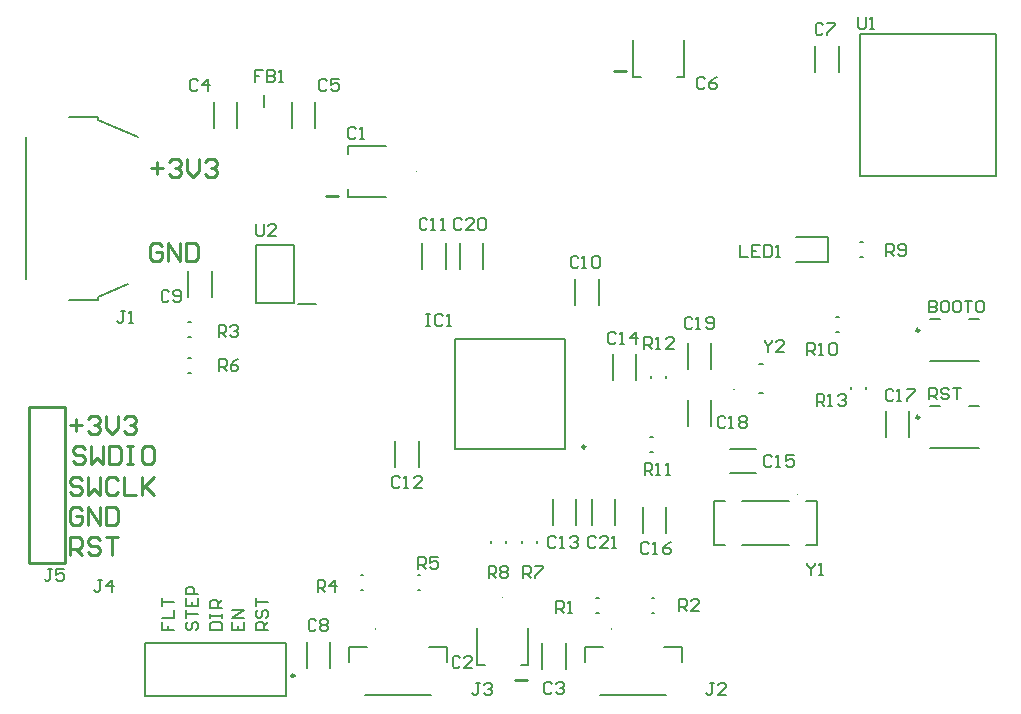
<source format=gto>
G04*
G04 #@! TF.GenerationSoftware,Altium Limited,Altium Designer,25.8.1 (18)*
G04*
G04 Layer_Color=65535*
%FSLAX44Y44*%
%MOMM*%
G71*
G04*
G04 #@! TF.SameCoordinates,96B50244-D1D5-4C2D-93FB-96D2E815F5E8*
G04*
G04*
G04 #@! TF.FilePolarity,Positive*
G04*
G01*
G75*
%ADD10C,0.0500*%
%ADD11C,0.1000*%
%ADD12C,0.2500*%
%ADD13C,0.2000*%
%ADD14C,0.1270*%
%ADD15C,0.2540*%
%ADD16C,0.1500*%
D10*
X814260Y941070D02*
G03*
X814760Y941070I250J0D01*
G01*
D02*
G03*
X814260Y941070I-250J0D01*
G01*
X887730Y580580D02*
G03*
X887730Y581080I0J250D01*
G01*
D02*
G03*
X887730Y580580I0J-250D01*
G01*
D11*
X979470Y554430D02*
G03*
X979470Y553430I0J-500D01*
G01*
D02*
G03*
X979470Y554430I0J500D01*
G01*
X780080D02*
G03*
X780080Y553430I0J-500D01*
G01*
D02*
G03*
X780080Y554430I0J500D01*
G01*
X1137480Y668890D02*
G03*
X1137480Y667890I0J-500D01*
G01*
D02*
G03*
X1137480Y668890I0J500D01*
G01*
X1083170Y756810D02*
G03*
X1084170Y756810I500J0D01*
G01*
D02*
G03*
X1083170Y756810I-500J0D01*
G01*
D12*
X1240250Y806830D02*
G03*
X1240250Y806830I-1250J0D01*
G01*
Y733170D02*
G03*
X1240250Y733170I-1250J0D01*
G01*
X711280Y514350D02*
G03*
X711280Y514350I-1250J0D01*
G01*
X957580Y708110D02*
G03*
X957580Y708110I-1250J0D01*
G01*
D13*
X545070Y835150D02*
X570070Y846150D01*
X545070Y832650D02*
Y835150D01*
X520070Y832650D02*
X545070D01*
Y985150D02*
X578570Y970150D01*
X545070Y985150D02*
Y987650D01*
X520070D02*
X545070D01*
X483570Y850150D02*
Y970150D01*
X757010Y919570D02*
X788510D01*
X757010D02*
Y926070D01*
Y956070D02*
Y962570D01*
X788510D01*
X757010Y919570D02*
Y926070D01*
Y919570D02*
X788510D01*
X909230Y523330D02*
Y554830D01*
X902730Y523330D02*
X909230D01*
X866230D02*
X872730D01*
X866230D02*
Y554830D01*
X902730Y523330D02*
X909230D01*
Y554830D01*
X1039470Y525930D02*
Y538430D01*
X1024220D02*
X1039470D01*
X956970D02*
X972220D01*
X956970Y525930D02*
Y538430D01*
X970220Y497930D02*
X1026220D01*
X840080Y525930D02*
Y538430D01*
X824830D02*
X840080D01*
X757580D02*
X772830D01*
X757580Y525930D02*
Y538430D01*
X770830Y497930D02*
X826830D01*
X1041310Y1021170D02*
Y1052670D01*
X1034810Y1021170D02*
X1041310D01*
X998310D02*
X1004810D01*
X998310D02*
Y1052670D01*
X1034810Y1021170D02*
X1041310D01*
Y1052670D01*
X1143980Y662390D02*
X1153980D01*
X1153480Y625390D02*
X1153980Y662390D01*
X1143980Y625390D02*
X1153480D01*
X1066480Y662390D02*
X1075980D01*
X1066480Y625390D02*
Y662390D01*
Y625390D02*
X1075980D01*
X1089980Y662390D02*
X1129980D01*
X1089980Y625390D02*
X1129980D01*
X1249000Y781080D02*
X1291000D01*
X1249000Y816580D02*
X1257750D01*
X1282250D02*
X1291000D01*
X1169940Y805280D02*
X1171940D01*
X1169940Y817780D02*
X1171940D01*
X1152050Y1025270D02*
Y1047370D01*
X1172050Y1025270D02*
Y1047370D01*
X815610Y599340D02*
X817610D01*
X815610Y586840D02*
X817610D01*
X1190260Y881280D02*
X1192260D01*
X1190260Y868780D02*
X1192260D01*
X1136040Y864530D02*
X1163290D01*
Y885530D01*
X1136040D02*
X1163290D01*
X890170Y626380D02*
Y628380D01*
X877670Y626380D02*
Y628380D01*
X916840Y626380D02*
Y628380D01*
X904340Y626380D02*
Y628380D01*
X1282250Y742920D02*
X1291000D01*
X1249000D02*
X1257750D01*
X1249000Y707420D02*
X1291000D01*
X962820Y641570D02*
Y663670D01*
X982820Y641570D02*
Y663670D01*
X685800Y995510D02*
Y1006010D01*
X1013730Y580290D02*
X1015730D01*
X1013730Y567790D02*
X1015730D01*
X966900Y580290D02*
X968900D01*
X966900Y567790D02*
X968900D01*
X920910Y519810D02*
Y541910D01*
X940910Y519810D02*
Y541910D01*
X708820Y978280D02*
Y1000380D01*
X728820Y978280D02*
Y1000380D01*
X642780Y978280D02*
Y1000380D01*
X662780Y978280D02*
Y1000380D01*
X767350Y599340D02*
X769350D01*
X767350Y586840D02*
X769350D01*
X621300Y801470D02*
X623300D01*
X621300Y813970D02*
X623300D01*
X714190Y828910D02*
X729440D01*
X710690Y830210D02*
Y879210D01*
X678690D02*
X710690D01*
X678690Y830210D02*
Y879210D01*
Y830210D02*
X710690D01*
X721520Y521080D02*
Y543180D01*
X741520Y521080D02*
Y543180D01*
X641190Y834770D02*
Y856870D01*
X621190Y834770D02*
Y856870D01*
X704030Y497350D02*
Y542350D01*
X585030D02*
X704030D01*
X585030Y497350D02*
Y542350D01*
Y497350D02*
X704030D01*
X948850Y828420D02*
Y850520D01*
X968850Y828420D02*
Y850520D01*
X980600Y764920D02*
Y787020D01*
X1000600Y764920D02*
Y787020D01*
X929800Y641730D02*
Y663830D01*
X949800Y641730D02*
Y663830D01*
X816450Y691260D02*
Y713360D01*
X796450Y691260D02*
Y713360D01*
X839310Y858900D02*
Y881000D01*
X819310Y858900D02*
Y881000D01*
X621460Y770990D02*
X623460D01*
X621460Y783490D02*
X623460D01*
X1012460Y716180D02*
X1014460D01*
X1012460Y703680D02*
X1014460D01*
X1026060Y766080D02*
Y768080D01*
X1013560Y766080D02*
Y768080D01*
X1006000Y635380D02*
Y657480D01*
X1026000Y635380D02*
Y657480D01*
X1079880Y685960D02*
X1101980D01*
X1079880Y705960D02*
X1101980D01*
X1194970Y757190D02*
Y759190D01*
X1182470Y757190D02*
Y759190D01*
X1104170Y778310D02*
X1108170D01*
X1104170Y753310D02*
X1108170D01*
X1231740Y716660D02*
Y738760D01*
X1211740Y716660D02*
Y738760D01*
X847580Y706610D02*
X940580D01*
X847580D02*
Y799610D01*
X940580D01*
Y706610D02*
Y799610D01*
X1044100Y773810D02*
Y795910D01*
X1064100Y773810D02*
Y795910D01*
X1044100Y725550D02*
Y747650D01*
X1064100Y725550D02*
Y747650D01*
X871060Y858900D02*
Y881000D01*
X851060Y858900D02*
Y881000D01*
X639513Y553180D02*
X649510D01*
Y558178D01*
X647844Y559845D01*
X641179D01*
X639513Y558178D01*
Y553180D01*
Y563177D02*
Y566509D01*
Y564843D01*
X649510D01*
Y563177D01*
Y566509D01*
Y571507D02*
X639513D01*
Y576506D01*
X641179Y578172D01*
X644512D01*
X646178Y576506D01*
Y571507D01*
Y574840D02*
X649510Y578172D01*
X620859Y559845D02*
X619193Y558178D01*
Y554846D01*
X620859Y553180D01*
X622525D01*
X624192Y554846D01*
Y558178D01*
X625858Y559845D01*
X627524D01*
X629190Y558178D01*
Y554846D01*
X627524Y553180D01*
X619193Y563177D02*
Y569841D01*
Y566509D01*
X629190D01*
X619193Y579838D02*
Y573174D01*
X629190D01*
Y579838D01*
X624192Y573174D02*
Y576506D01*
X629190Y583170D02*
X619193D01*
Y588169D01*
X620859Y589835D01*
X624192D01*
X625858Y588169D01*
Y583170D01*
X688880Y553180D02*
X678883D01*
Y558178D01*
X680549Y559845D01*
X683882D01*
X685548Y558178D01*
Y553180D01*
Y556512D02*
X688880Y559845D01*
X680549Y569841D02*
X678883Y568175D01*
Y564843D01*
X680549Y563177D01*
X682215D01*
X683882Y564843D01*
Y568175D01*
X685548Y569841D01*
X687214D01*
X688880Y568175D01*
Y564843D01*
X687214Y563177D01*
X678883Y573174D02*
Y579838D01*
Y576506D01*
X688880D01*
X658563Y559845D02*
Y553180D01*
X668560D01*
Y559845D01*
X663562Y553180D02*
Y556512D01*
X668560Y563177D02*
X658563D01*
X668560Y569841D01*
X658563D01*
X598873Y559845D02*
Y553180D01*
X603872D01*
Y556512D01*
Y553180D01*
X608870D01*
X598873Y563177D02*
X608870D01*
Y569841D01*
X598873Y573174D02*
Y579838D01*
Y576506D01*
X608870D01*
D14*
X1189990Y937400D02*
Y1057400D01*
X1305560D01*
Y937400D02*
Y1057400D01*
X1189990Y937400D02*
X1305560D01*
D15*
X486410Y741680D02*
X516890D01*
X486410Y609600D02*
X494030D01*
X486410D02*
Y741680D01*
X494030Y609600D02*
X509270D01*
X516890D01*
Y741680D01*
X897890Y510540D02*
X908047D01*
X737870Y920750D02*
X748027D01*
X590020Y944607D02*
X600177D01*
X595098Y949686D02*
Y939529D01*
X605255Y949686D02*
X607794Y952225D01*
X612873D01*
X615412Y949686D01*
Y947147D01*
X612873Y944607D01*
X610333D01*
X612873D01*
X615412Y942068D01*
Y939529D01*
X612873Y936990D01*
X607794D01*
X605255Y939529D01*
X620490Y952225D02*
Y942068D01*
X625569Y936990D01*
X630647Y942068D01*
Y952225D01*
X635725Y949686D02*
X638264Y952225D01*
X643343D01*
X645882Y949686D01*
Y947147D01*
X643343Y944607D01*
X640804D01*
X643343D01*
X645882Y942068D01*
Y939529D01*
X643343Y936990D01*
X638264D01*
X635725Y939529D01*
X598907Y878536D02*
X596367Y881075D01*
X591289D01*
X588750Y878536D01*
Y868379D01*
X591289Y865840D01*
X596367D01*
X598907Y868379D01*
Y873457D01*
X593828D01*
X603985Y865840D02*
Y881075D01*
X614142Y865840D01*
Y881075D01*
X619220D02*
Y865840D01*
X626838D01*
X629377Y868379D01*
Y878536D01*
X626838Y881075D01*
X619220D01*
X521200Y726977D02*
X531357D01*
X526278Y732056D02*
Y721899D01*
X536435Y732056D02*
X538974Y734595D01*
X544053D01*
X546592Y732056D01*
Y729517D01*
X544053Y726977D01*
X541513D01*
X544053D01*
X546592Y724438D01*
Y721899D01*
X544053Y719360D01*
X538974D01*
X536435Y721899D01*
X551670Y734595D02*
Y724438D01*
X556749Y719360D01*
X561827Y724438D01*
Y734595D01*
X566905Y732056D02*
X569444Y734595D01*
X574523D01*
X577062Y732056D01*
Y729517D01*
X574523Y726977D01*
X571984D01*
X574523D01*
X577062Y724438D01*
Y721899D01*
X574523Y719360D01*
X569444D01*
X566905Y721899D01*
X533826Y706693D02*
X531287Y709232D01*
X526208D01*
X523669Y706693D01*
Y704154D01*
X526208Y701614D01*
X531287D01*
X533826Y699075D01*
Y696536D01*
X531287Y693997D01*
X526208D01*
X523669Y696536D01*
X538904Y709232D02*
Y693997D01*
X543982Y699075D01*
X549061Y693997D01*
Y709232D01*
X554139D02*
Y693997D01*
X561757D01*
X564296Y696536D01*
Y706693D01*
X561757Y709232D01*
X554139D01*
X569374D02*
X574453D01*
X571913D01*
Y693997D01*
X569374D01*
X574453D01*
X589688Y709232D02*
X584609D01*
X582070Y706693D01*
Y696536D01*
X584609Y693997D01*
X589688D01*
X592227Y696536D01*
Y706693D01*
X589688Y709232D01*
X531407Y680405D02*
X528867Y682944D01*
X523789D01*
X521250Y680405D01*
Y677866D01*
X523789Y675327D01*
X528867D01*
X531407Y672787D01*
Y670248D01*
X528867Y667709D01*
X523789D01*
X521250Y670248D01*
X536485Y682944D02*
Y667709D01*
X541563Y672787D01*
X546642Y667709D01*
Y682944D01*
X561877Y680405D02*
X559337Y682944D01*
X554259D01*
X551720Y680405D01*
Y670248D01*
X554259Y667709D01*
X559337D01*
X561877Y670248D01*
X566955Y682944D02*
Y667709D01*
X577112D01*
X582190Y682944D02*
Y667709D01*
Y672787D01*
X592347Y682944D01*
X584729Y675327D01*
X592347Y667709D01*
X531357Y654556D02*
X528817Y657095D01*
X523739D01*
X521200Y654556D01*
Y644399D01*
X523739Y641860D01*
X528817D01*
X531357Y644399D01*
Y649477D01*
X526278D01*
X536435Y641860D02*
Y657095D01*
X546592Y641860D01*
Y657095D01*
X551670D02*
Y641860D01*
X559288D01*
X561827Y644399D01*
Y654556D01*
X559288Y657095D01*
X551670D01*
X521200Y616860D02*
Y632095D01*
X528817D01*
X531357Y629556D01*
Y624478D01*
X528817Y621938D01*
X521200D01*
X526278D02*
X531357Y616860D01*
X546592Y629556D02*
X544053Y632095D01*
X538974D01*
X536435Y629556D01*
Y627017D01*
X538974Y624478D01*
X544053D01*
X546592Y621938D01*
Y619399D01*
X544053Y616860D01*
X538974D01*
X536435Y619399D01*
X551670Y632095D02*
X561827D01*
X556749D01*
Y616860D01*
X981710Y1026160D02*
X991867D01*
D16*
X1248640Y831917D02*
Y821920D01*
X1253638D01*
X1255304Y823586D01*
Y825252D01*
X1253638Y826918D01*
X1248640D01*
X1253638D01*
X1255304Y828585D01*
Y830251D01*
X1253638Y831917D01*
X1248640D01*
X1263635D02*
X1260303D01*
X1258637Y830251D01*
Y823586D01*
X1260303Y821920D01*
X1263635D01*
X1265301Y823586D01*
Y830251D01*
X1263635Y831917D01*
X1273632D02*
X1270300D01*
X1268633Y830251D01*
Y823586D01*
X1270300Y821920D01*
X1273632D01*
X1275298Y823586D01*
Y830251D01*
X1273632Y831917D01*
X1278630D02*
X1285295D01*
X1281963D01*
Y821920D01*
X1288627Y830251D02*
X1290293Y831917D01*
X1293625D01*
X1295292Y830251D01*
Y823586D01*
X1293625Y821920D01*
X1290293D01*
X1288627Y823586D01*
Y830251D01*
X1248640Y748260D02*
Y758257D01*
X1253638D01*
X1255304Y756591D01*
Y753258D01*
X1253638Y751592D01*
X1248640D01*
X1251972D02*
X1255304Y748260D01*
X1265301Y756591D02*
X1263635Y758257D01*
X1260303D01*
X1258637Y756591D01*
Y754924D01*
X1260303Y753258D01*
X1263635D01*
X1265301Y751592D01*
Y749926D01*
X1263635Y748260D01*
X1260303D01*
X1258637Y749926D01*
X1268633Y758257D02*
X1275298D01*
X1271966D01*
Y748260D01*
X868284Y507918D02*
X864952D01*
X866618D01*
Y499588D01*
X864952Y497922D01*
X863286D01*
X861619Y499588D01*
X871616Y506252D02*
X873282Y507918D01*
X876615D01*
X878281Y506252D01*
Y504586D01*
X876615Y502920D01*
X874948D01*
X876615D01*
X878281Y501254D01*
Y499588D01*
X876615Y497922D01*
X873282D01*
X871616Y499588D01*
X815899Y604602D02*
Y614598D01*
X820898D01*
X822564Y612932D01*
Y609600D01*
X820898Y607934D01*
X815899D01*
X819232D02*
X822564Y604602D01*
X832561Y614598D02*
X825896D01*
Y609600D01*
X829228Y611266D01*
X830894D01*
X832561Y609600D01*
Y606268D01*
X830894Y604602D01*
X827562D01*
X825896Y606268D01*
X904799Y596982D02*
Y606978D01*
X909798D01*
X911464Y605312D01*
Y601980D01*
X909798Y600314D01*
X904799D01*
X908132D02*
X911464Y596982D01*
X914796Y606978D02*
X921461D01*
Y605312D01*
X914796Y598648D01*
Y596982D01*
X875589D02*
Y606978D01*
X880588D01*
X882254Y605312D01*
Y601980D01*
X880588Y600314D01*
X875589D01*
X878922D02*
X882254Y596982D01*
X885586Y605312D02*
X887252Y606978D01*
X890584D01*
X892251Y605312D01*
Y603646D01*
X890584Y601980D01*
X892251Y600314D01*
Y598648D01*
X890584Y596982D01*
X887252D01*
X885586Y598648D01*
Y600314D01*
X887252Y601980D01*
X885586Y603646D01*
Y605312D01*
X887252Y601980D02*
X890584D01*
X966552Y630712D02*
X964885Y632378D01*
X961553D01*
X959887Y630712D01*
Y624048D01*
X961553Y622382D01*
X964885D01*
X966552Y624048D01*
X976548Y622382D02*
X969884D01*
X976548Y629046D01*
Y630712D01*
X974882Y632378D01*
X971550D01*
X969884Y630712D01*
X979881Y622382D02*
X983213D01*
X981547D01*
Y632378D01*
X979881Y630712D01*
X1188406Y1071798D02*
Y1063468D01*
X1190072Y1061802D01*
X1193404D01*
X1195070Y1063468D01*
Y1071798D01*
X1198402Y1061802D02*
X1201734D01*
X1200068D01*
Y1071798D01*
X1198402Y1070132D01*
X1145226Y609518D02*
Y607852D01*
X1148558Y604520D01*
X1151890Y607852D01*
Y609518D01*
X1148558Y604520D02*
Y599522D01*
X1155222D02*
X1158555D01*
X1156888D01*
Y609518D01*
X1155222Y607852D01*
X1109269Y798748D02*
Y797082D01*
X1112602Y793750D01*
X1115934Y797082D01*
Y798748D01*
X1112602Y793750D02*
Y788752D01*
X1125931D02*
X1119266D01*
X1125931Y795416D01*
Y797082D01*
X1124265Y798748D01*
X1120932D01*
X1119266Y797082D01*
X1036879Y569042D02*
Y579038D01*
X1041878D01*
X1043544Y577372D01*
Y574040D01*
X1041878Y572374D01*
X1036879D01*
X1040212D02*
X1043544Y569042D01*
X1053541D02*
X1046876D01*
X1053541Y575706D01*
Y577372D01*
X1051874Y579038D01*
X1048542D01*
X1046876Y577372D01*
X1212139Y870032D02*
Y880028D01*
X1217138D01*
X1218804Y878362D01*
Y875030D01*
X1217138Y873364D01*
X1212139D01*
X1215472D02*
X1218804Y870032D01*
X1222136Y871698D02*
X1223802Y870032D01*
X1227134D01*
X1228801Y871698D01*
Y878362D01*
X1227134Y880028D01*
X1223802D01*
X1222136Y878362D01*
Y876696D01*
X1223802Y875030D01*
X1228801D01*
X646989Y801452D02*
Y811448D01*
X651988D01*
X653654Y809782D01*
Y806450D01*
X651988Y804784D01*
X646989D01*
X650322D02*
X653654Y801452D01*
X656986Y809782D02*
X658652Y811448D01*
X661984D01*
X663651Y809782D01*
Y808116D01*
X661984Y806450D01*
X660318D01*
X661984D01*
X663651Y804784D01*
Y803118D01*
X661984Y801452D01*
X658652D01*
X656986Y803118D01*
X1145584Y786212D02*
Y796208D01*
X1150582D01*
X1152249Y794542D01*
Y791210D01*
X1150582Y789544D01*
X1145584D01*
X1148916D02*
X1152249Y786212D01*
X1155581D02*
X1158913D01*
X1157247D01*
Y796208D01*
X1155581Y794542D01*
X1163912D02*
X1165578Y796208D01*
X1168910D01*
X1170576Y794542D01*
Y787878D01*
X1168910Y786212D01*
X1165578D01*
X1163912Y787878D01*
Y794542D01*
X933136Y567772D02*
Y577768D01*
X938134D01*
X939800Y576102D01*
Y572770D01*
X938134Y571104D01*
X933136D01*
X936468D02*
X939800Y567772D01*
X943132D02*
X946464D01*
X944798D01*
Y577768D01*
X943132Y576102D01*
X647149Y772242D02*
Y782238D01*
X652148D01*
X653814Y780572D01*
Y777240D01*
X652148Y775574D01*
X647149D01*
X650482D02*
X653814Y772242D01*
X663811Y782238D02*
X660478Y780572D01*
X657146Y777240D01*
Y773908D01*
X658812Y772242D01*
X662144D01*
X663811Y773908D01*
Y775574D01*
X662144Y777240D01*
X657146D01*
X1153364Y743032D02*
Y753028D01*
X1158362D01*
X1160029Y751362D01*
Y748030D01*
X1158362Y746364D01*
X1153364D01*
X1156696D02*
X1160029Y743032D01*
X1163361D02*
X1166693D01*
X1165027D01*
Y753028D01*
X1163361Y751362D01*
X1171692D02*
X1173358Y753028D01*
X1176690D01*
X1178356Y751362D01*
Y749696D01*
X1176690Y748030D01*
X1175024D01*
X1176690D01*
X1178356Y746364D01*
Y744698D01*
X1176690Y743032D01*
X1173358D01*
X1171692Y744698D01*
X1007314Y791292D02*
Y801288D01*
X1012312D01*
X1013979Y799622D01*
Y796290D01*
X1012312Y794624D01*
X1007314D01*
X1010646D02*
X1013979Y791292D01*
X1017311D02*
X1020643D01*
X1018977D01*
Y801288D01*
X1017311Y799622D01*
X1032306Y791292D02*
X1025641D01*
X1032306Y797956D01*
Y799622D01*
X1030640Y801288D01*
X1027308D01*
X1025641Y799622D01*
X1007710Y684612D02*
Y694608D01*
X1012709D01*
X1014375Y692942D01*
Y689610D01*
X1012709Y687944D01*
X1007710D01*
X1011042D02*
X1014375Y684612D01*
X1017707D02*
X1021039D01*
X1019373D01*
Y694608D01*
X1017707Y692942D01*
X1026038Y684612D02*
X1029370D01*
X1027704D01*
Y694608D01*
X1026038Y692942D01*
X730809Y585552D02*
Y595548D01*
X735808D01*
X737474Y593882D01*
Y590550D01*
X735808Y588884D01*
X730809D01*
X734142D02*
X737474Y585552D01*
X745805D02*
Y595548D01*
X740806Y590550D01*
X747471D01*
X1088849Y878758D02*
Y868762D01*
X1095513D01*
X1105510Y878758D02*
X1098846D01*
Y868762D01*
X1105510D01*
X1098846Y873760D02*
X1102178D01*
X1108842Y878758D02*
Y868762D01*
X1113841D01*
X1115507Y870428D01*
Y877092D01*
X1113841Y878758D01*
X1108842D01*
X1118839Y868762D02*
X1122171D01*
X1120505D01*
Y878758D01*
X1118839Y877092D01*
X567690Y822878D02*
X564358D01*
X566024D01*
Y814548D01*
X564358Y812882D01*
X562692D01*
X561026Y814548D01*
X571022Y812882D02*
X574355D01*
X572688D01*
Y822878D01*
X571022Y821212D01*
X548244Y595548D02*
X544912D01*
X546578D01*
Y587218D01*
X544912Y585552D01*
X543246D01*
X541579Y587218D01*
X556575Y585552D02*
Y595548D01*
X551576Y590550D01*
X558241D01*
X1066404Y507918D02*
X1063072D01*
X1064738D01*
Y499588D01*
X1063072Y497922D01*
X1061405D01*
X1059739Y499588D01*
X1076401Y497922D02*
X1069736D01*
X1076401Y504586D01*
Y506252D01*
X1074734Y507918D01*
X1071402D01*
X1069736Y506252D01*
X506334Y604438D02*
X503002D01*
X504668D01*
Y596108D01*
X503002Y594442D01*
X501335D01*
X499669Y596108D01*
X516331Y604438D02*
X509666D01*
Y599440D01*
X512998Y601106D01*
X514664D01*
X516331Y599440D01*
Y596108D01*
X514664Y594442D01*
X511332D01*
X509666Y596108D01*
X678739Y896538D02*
Y888208D01*
X680406Y886542D01*
X683738D01*
X685404Y888208D01*
Y896538D01*
X695401Y886542D02*
X688736D01*
X695401Y893206D01*
Y894872D01*
X693735Y896538D01*
X690402D01*
X688736Y894872D01*
X822290Y820338D02*
X825622D01*
X823956D01*
Y810342D01*
X822290D01*
X825622D01*
X837285Y818672D02*
X835619Y820338D01*
X832287D01*
X830621Y818672D01*
Y812008D01*
X832287Y810342D01*
X835619D01*
X837285Y812008D01*
X840618Y810342D02*
X843950D01*
X842284D01*
Y820338D01*
X840618Y818672D01*
X684612Y1027348D02*
X677947D01*
Y1022350D01*
X681279D01*
X677947D01*
Y1017352D01*
X687944Y1027348D02*
Y1017352D01*
X692942D01*
X694608Y1019018D01*
Y1020684D01*
X692942Y1022350D01*
X687944D01*
X692942D01*
X694608Y1024016D01*
Y1025682D01*
X692942Y1027348D01*
X687944D01*
X697941Y1017352D02*
X701273D01*
X699607D01*
Y1027348D01*
X697941Y1025682D01*
X853126Y899952D02*
X851459Y901618D01*
X848127D01*
X846461Y899952D01*
Y893288D01*
X848127Y891622D01*
X851459D01*
X853126Y893288D01*
X863122Y891622D02*
X856458D01*
X863122Y898286D01*
Y899952D01*
X861456Y901618D01*
X858124D01*
X856458Y899952D01*
X866454D02*
X868121Y901618D01*
X871453D01*
X873119Y899952D01*
Y893288D01*
X871453Y891622D01*
X868121D01*
X866454Y893288D01*
Y899952D01*
X1048269Y816132D02*
X1046602Y817798D01*
X1043270D01*
X1041604Y816132D01*
Y809468D01*
X1043270Y807802D01*
X1046602D01*
X1048269Y809468D01*
X1051601Y807802D02*
X1054933D01*
X1053267D01*
Y817798D01*
X1051601Y816132D01*
X1059931Y809468D02*
X1061598Y807802D01*
X1064930D01*
X1066596Y809468D01*
Y816132D01*
X1064930Y817798D01*
X1061598D01*
X1059931Y816132D01*
Y814466D01*
X1061598Y812800D01*
X1066596D01*
X800619Y681512D02*
X798952Y683178D01*
X795620D01*
X793954Y681512D01*
Y674848D01*
X795620Y673182D01*
X798952D01*
X800619Y674848D01*
X803951Y673182D02*
X807283D01*
X805617D01*
Y683178D01*
X803951Y681512D01*
X818946Y673182D02*
X812281D01*
X818946Y679846D01*
Y681512D01*
X817280Y683178D01*
X813948D01*
X812281Y681512D01*
X1011439Y625632D02*
X1009772Y627298D01*
X1006440D01*
X1004774Y625632D01*
Y618968D01*
X1006440Y617302D01*
X1009772D01*
X1011439Y618968D01*
X1014771Y617302D02*
X1018103D01*
X1016437D01*
Y627298D01*
X1014771Y625632D01*
X1029766Y627298D02*
X1026434Y625632D01*
X1023102Y622300D01*
Y618968D01*
X1024768Y617302D01*
X1028100D01*
X1029766Y618968D01*
Y620634D01*
X1028100Y622300D01*
X1023102D01*
X851774Y529112D02*
X850108Y530778D01*
X846776D01*
X845109Y529112D01*
Y522448D01*
X846776Y520782D01*
X850108D01*
X851774Y522448D01*
X861771Y520782D02*
X855106D01*
X861771Y527446D01*
Y529112D01*
X860105Y530778D01*
X856772D01*
X855106Y529112D01*
X1159114Y1065052D02*
X1157448Y1066718D01*
X1154116D01*
X1152449Y1065052D01*
Y1058388D01*
X1154116Y1056722D01*
X1157448D01*
X1159114Y1058388D01*
X1162446Y1066718D02*
X1169111D01*
Y1065052D01*
X1162446Y1058388D01*
Y1056722D01*
X1218448Y755172D02*
X1216782Y756838D01*
X1213450D01*
X1211784Y755172D01*
Y748508D01*
X1213450Y746842D01*
X1216782D01*
X1218448Y748508D01*
X1221781Y746842D02*
X1225113D01*
X1223447D01*
Y756838D01*
X1221781Y755172D01*
X1230111Y756838D02*
X1236776D01*
Y755172D01*
X1230111Y748508D01*
Y746842D01*
X605394Y839152D02*
X603728Y840819D01*
X600396D01*
X598729Y839152D01*
Y832488D01*
X600396Y830822D01*
X603728D01*
X605394Y832488D01*
X608726D02*
X610392Y830822D01*
X613725D01*
X615391Y832488D01*
Y839152D01*
X613725Y840819D01*
X610392D01*
X608726Y839152D01*
Y837486D01*
X610392Y835820D01*
X615391D01*
X929244Y507522D02*
X927578Y509188D01*
X924246D01*
X922579Y507522D01*
Y500858D01*
X924246Y499192D01*
X927578D01*
X929244Y500858D01*
X932576Y507522D02*
X934242Y509188D01*
X937574D01*
X939241Y507522D01*
Y505856D01*
X937574Y504190D01*
X935908D01*
X937574D01*
X939241Y502524D01*
Y500858D01*
X937574Y499192D01*
X934242D01*
X932576Y500858D01*
X1076208Y732312D02*
X1074542Y733978D01*
X1071210D01*
X1069544Y732312D01*
Y725648D01*
X1071210Y723982D01*
X1074542D01*
X1076208Y725648D01*
X1079541Y723982D02*
X1082873D01*
X1081207D01*
Y733978D01*
X1079541Y732312D01*
X1087871D02*
X1089538Y733978D01*
X1092870D01*
X1094536Y732312D01*
Y730646D01*
X1092870Y728980D01*
X1094536Y727314D01*
Y725648D01*
X1092870Y723982D01*
X1089538D01*
X1087871Y725648D01*
Y727314D01*
X1089538Y728980D01*
X1087871Y730646D01*
Y732312D01*
X1089538Y728980D02*
X1092870D01*
X729854Y560862D02*
X728188Y562528D01*
X724855D01*
X723189Y560862D01*
Y554198D01*
X724855Y552532D01*
X728188D01*
X729854Y554198D01*
X733186Y560862D02*
X734852Y562528D01*
X738185D01*
X739851Y560862D01*
Y559196D01*
X738185Y557530D01*
X739851Y555864D01*
Y554198D01*
X738185Y552532D01*
X734852D01*
X733186Y554198D01*
Y555864D01*
X734852Y557530D01*
X733186Y559196D01*
Y560862D01*
X734852Y557530D02*
X738185D01*
X763270Y977422D02*
X761604Y979088D01*
X758272D01*
X756606Y977422D01*
Y970758D01*
X758272Y969092D01*
X761604D01*
X763270Y970758D01*
X766602Y969092D02*
X769934D01*
X768268D01*
Y979088D01*
X766602Y977422D01*
X951749Y868202D02*
X950082Y869868D01*
X946750D01*
X945084Y868202D01*
Y861538D01*
X946750Y859872D01*
X950082D01*
X951749Y861538D01*
X955081Y859872D02*
X958413D01*
X956747D01*
Y869868D01*
X955081Y868202D01*
X963411D02*
X965078Y869868D01*
X968410D01*
X970076Y868202D01*
Y861538D01*
X968410Y859872D01*
X965078D01*
X963411Y861538D01*
Y868202D01*
X1058784Y1019332D02*
X1057118Y1020998D01*
X1053785D01*
X1052119Y1019332D01*
Y1012668D01*
X1053785Y1011002D01*
X1057118D01*
X1058784Y1012668D01*
X1068781Y1020998D02*
X1065448Y1019332D01*
X1062116Y1016000D01*
Y1012668D01*
X1063782Y1011002D01*
X1067114D01*
X1068781Y1012668D01*
Y1014334D01*
X1067114Y1016000D01*
X1062116D01*
X629524Y1018062D02*
X627858Y1019728D01*
X624525D01*
X622859Y1018062D01*
Y1011398D01*
X624525Y1009732D01*
X627858D01*
X629524Y1011398D01*
X637854Y1009732D02*
Y1019728D01*
X632856Y1014730D01*
X639521D01*
X738744Y1018062D02*
X737078Y1019728D01*
X733745D01*
X732079Y1018062D01*
Y1011398D01*
X733745Y1009732D01*
X737078D01*
X738744Y1011398D01*
X748741Y1019728D02*
X742076D01*
Y1014730D01*
X745408Y1016396D01*
X747075D01*
X748741Y1014730D01*
Y1011398D01*
X747075Y1009732D01*
X743742D01*
X742076Y1011398D01*
X823875Y899952D02*
X822209Y901618D01*
X818876D01*
X817210Y899952D01*
Y893288D01*
X818876Y891622D01*
X822209D01*
X823875Y893288D01*
X827207Y891622D02*
X830539D01*
X828873D01*
Y901618D01*
X827207Y899952D01*
X835538Y891622D02*
X838870D01*
X837204D01*
Y901618D01*
X835538Y899952D01*
X1115579Y699292D02*
X1113912Y700958D01*
X1110580D01*
X1108914Y699292D01*
Y692628D01*
X1110580Y690962D01*
X1113912D01*
X1115579Y692628D01*
X1118911Y690962D02*
X1122243D01*
X1120577D01*
Y700958D01*
X1118911Y699292D01*
X1133906Y700958D02*
X1127242D01*
Y695960D01*
X1130574Y697626D01*
X1132240D01*
X1133906Y695960D01*
Y692628D01*
X1132240Y690962D01*
X1128908D01*
X1127242Y692628D01*
X983499Y803432D02*
X981832Y805098D01*
X978500D01*
X976834Y803432D01*
Y796768D01*
X978500Y795102D01*
X981832D01*
X983499Y796768D01*
X986831Y795102D02*
X990163D01*
X988497D01*
Y805098D01*
X986831Y803432D01*
X1000160Y795102D02*
Y805098D01*
X995162Y800100D01*
X1001826D01*
X932699Y630712D02*
X931032Y632378D01*
X927700D01*
X926034Y630712D01*
Y624048D01*
X927700Y622382D01*
X931032D01*
X932699Y624048D01*
X936031Y622382D02*
X939363D01*
X937697D01*
Y632378D01*
X936031Y630712D01*
X944361D02*
X946028Y632378D01*
X949360D01*
X951026Y630712D01*
Y629046D01*
X949360Y627380D01*
X947694D01*
X949360D01*
X951026Y625714D01*
Y624048D01*
X949360Y622382D01*
X946028D01*
X944361Y624048D01*
M02*

</source>
